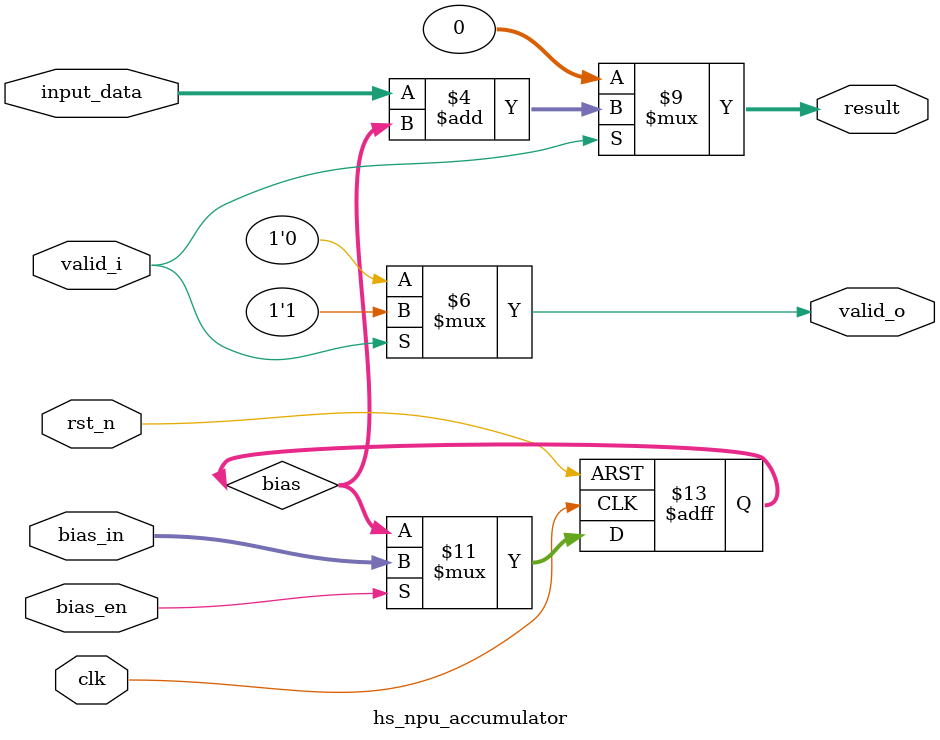
<source format=sv>
module hs_npu_accumulator #(
    parameter int OUTPUT_DATA_WIDTH = 32  // Output data width (int32)
) (
    input logic clk,
    input logic rst_n,

    // Input data and control signals
    input logic [OUTPUT_DATA_WIDTH-1:0] input_data,  // Input data
    input logic valid_i,  // Valid signal to trigger output
    input logic [OUTPUT_DATA_WIDTH-1:0] bias_in,  // Bias input
    input logic bias_en,  // Enable signal for loading bias

    // Output signals
    output logic [OUTPUT_DATA_WIDTH-1:0] result,  // Accumulated result
    output logic valid_o  // Valid signal indicating result is valid
);

  // Flopped bias value
  logic [OUTPUT_DATA_WIDTH-1:0] bias;

  // Bias update logic (only updates when bias_en is asserted)
  always_ff @(posedge clk or negedge rst_n) begin
    if (!rst_n) begin
      // Reset bias value to zero
      bias <= '0;
    end else if (bias_en) begin
      // Load new bias when bias_en is asserted
      bias <= bias_in;
    end
  end

  // Combinational output and valid signal logic
  always_comb begin
    if (valid_i) begin
      // Sum input_data with the stored bias and output the result
      result  = input_data + bias;
      valid_o = 1'b1;  // Assert valid_out when result is valid
    end else begin
      result  = '0;
      valid_o = 1'b0;  // Deassert valid_out when no valid input
    end
  end

endmodule

</source>
